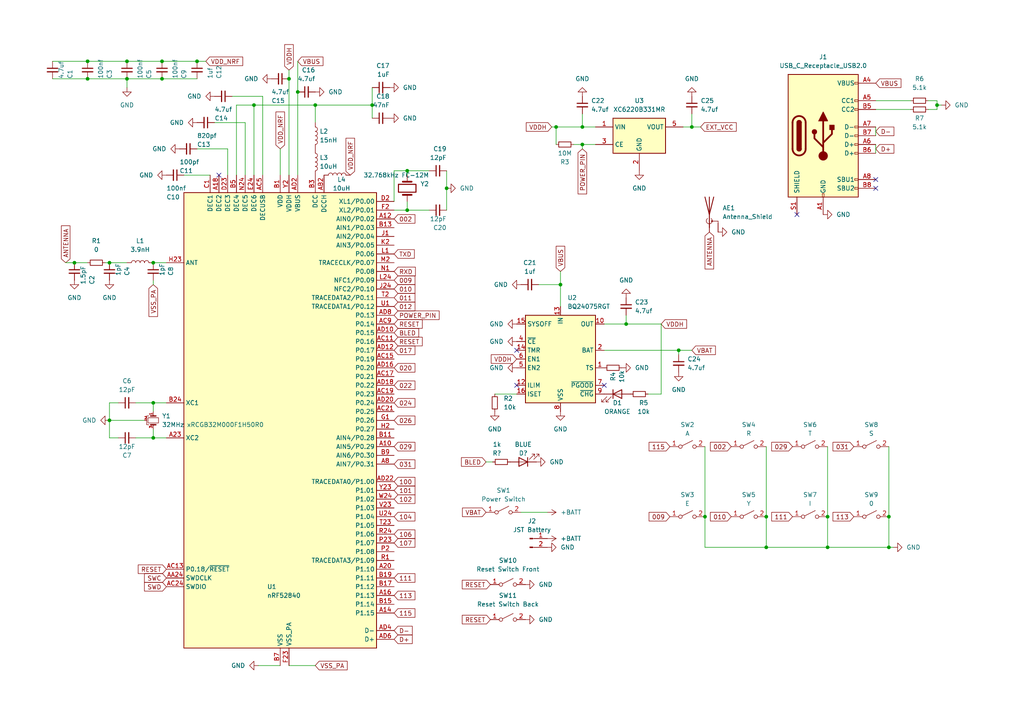
<source format=kicad_sch>
(kicad_sch (version 20211123) (generator eeschema)
  (paper "A4")
  (lib_symbols
    (symbol "Battery_Management:BQ24075RGT"
      (property "Reference" "U" (at -8.89 13.97 0))
      (property "Value" "BQ24075RGT" (at 16.51 13.97 0))
      (symbol "BQ24075RGT_0_1"
        (rectangle (start -10.16 12.7) (end 10.16 -12.7) (stroke (width 0.254)) (fill (type background)))
      )
      (symbol "BQ24075RGT_1_1"
        (pin passive line (at 12.7 -2.54 180) (length 2.54) (name "TS") (number "1"))
        (pin power_out line (at 12.7 10.16 180) (length 2.54) (name "OUT") (number "10"))
        (pin passive line (at 12.7 10.16 180) (length 2.54) hide (name "OUT") (number "11"))
        (pin passive line (at -12.7 -7.62 0) (length 2.54) (name "ILIM") (number "12"))
        (pin power_in line (at 0 15.24 270) (length 2.54) (name "IN") (number "13"))
        (pin input line (at -12.7 2.54 0) (length 2.54) (name "TMR") (number "14"))
        (pin input line (at -12.7 10.16 0) (length 2.54) (name "SYSOFF") (number "15"))
        (pin passive line (at -12.7 -10.16 0) (length 2.54) (name "ISET") (number "16"))
        (pin passive line (at 0 -15.24 90) (length 2.54) hide (name "VSS") (number "17"))
        (pin power_out line (at 12.7 2.54 180) (length 2.54) (name "BAT") (number "2"))
        (pin passive line (at 12.7 2.54 180) (length 2.54) hide (name "BAT") (number "3"))
        (pin input line (at -12.7 5.08 0) (length 2.54) (name "~{CE}") (number "4"))
        (pin input line (at -12.7 -2.54 0) (length 2.54) (name "EN2") (number "5"))
        (pin input line (at -12.7 0 0) (length 2.54) (name "EN1") (number "6"))
        (pin open_collector line (at 12.7 -7.62 180) (length 2.54) (name "~{PGOOD}") (number "7"))
        (pin power_in line (at 0 -15.24 90) (length 2.54) (name "VSS") (number "8"))
        (pin open_collector line (at 12.7 -10.16 180) (length 2.54) (name "~{CHG}") (number "9"))
      )
    )
    (symbol "Connector:Conn_01x02_Male" (pin_names (offset 1.016) hide)
      (property "Reference" "J" (at 0 2.54 0))
      (property "Value" "Conn_01x02_Male" (at 0 -5.08 0))
      (symbol "Conn_01x02_Male_1_1"
        (polyline (pts (xy 1.27 -2.54) (xy 0.8636 -2.54)) (stroke (width 0.1524)))
        (polyline (pts (xy 1.27 0) (xy 0.8636 0)) (stroke (width 0.1524)))
        (rectangle (start 0.8636 -2.413) (end 0 -2.667) (stroke (width 0.1524)) (fill (type outline)))
        (rectangle (start 0.8636 0.127) (end 0 -0.127) (stroke (width 0.1524)) (fill (type outline)))
        (pin passive line (at 5.08 0 180) (length 3.81) (name "Pin_1") (number "1"))
        (pin passive line (at 5.08 -2.54 180) (length 3.81) (name "Pin_2") (number "2"))
      )
    )
    (symbol "Connector:USB_C_Receptacle_USB2.0" (pin_names (offset 1.016))
      (property "Reference" "J" (at -10.16 19.05 0))
      (property "Value" "USB_C_Receptacle_USB2.0" (at 19.05 19.05 0))
      (symbol "USB_C_Receptacle_USB2.0_0_0"
        (rectangle (start -0.254 -17.78) (end 0.254 -16.764))
        (rectangle (start 10.16 -14.986) (end 9.144 -15.494))
        (rectangle (start 10.16 -12.446) (end 9.144 -12.954))
        (rectangle (start 10.16 -4.826) (end 9.144 -5.334))
        (rectangle (start 10.16 -2.286) (end 9.144 -2.794))
        (rectangle (start 10.16 0.254) (end 9.144 -0.254))
        (rectangle (start 10.16 2.794) (end 9.144 2.286))
        (rectangle (start 10.16 7.874) (end 9.144 7.366))
        (rectangle (start 10.16 10.414) (end 9.144 9.906))
        (rectangle (start 10.16 15.494) (end 9.144 14.986))
      )
      (symbol "USB_C_Receptacle_USB2.0_0_1"
        (rectangle (start -10.16 17.78) (end 10.16 -17.78) (stroke (width 0.254)) (fill (type background)))
        (arc (start -8.89 -3.81) (mid -6.985 -5.715) (end -5.08 -3.81) (stroke (width 0.508)))
        (arc (start -7.62 -3.81) (mid -6.985 -4.445) (end -6.35 -3.81) (stroke (width 0.254)))
        (arc (start -7.62 -3.81) (mid -6.985 -4.445) (end -6.35 -3.81) (stroke (width 0.254)) (fill (type outline)))
        (rectangle (start -7.62 -3.81) (end -6.35 3.81) (stroke (width 0.254)) (fill (type outline)))
        (arc (start -6.35 3.81) (mid -6.985 4.445) (end -7.62 3.81) (stroke (width 0.254)))
        (arc (start -6.35 3.81) (mid -6.985 4.445) (end -7.62 3.81) (stroke (width 0.254)) (fill (type outline)))
        (arc (start -5.08 3.81) (mid -6.985 5.715) (end -8.89 3.81) (stroke (width 0.508)))
        (circle (center -2.54 1.143) (radius 0.635) (stroke (width 0.254)) (fill (type outline)))
        (circle (center 0 -5.842) (radius 1.27) (fill (type outline)))
        (polyline (pts (xy -8.89 -3.81) (xy -8.89 3.81)) (stroke (width 0.508)))
        (polyline (pts (xy -5.08 3.81) (xy -5.08 -3.81)) (stroke (width 0.508)))
        (polyline (pts (xy 0 -5.842) (xy 0 4.318)) (stroke (width 0.508)))
        (polyline (pts (xy 0 -3.302) (xy -2.54 -0.762) (xy -2.54 0.508)) (stroke (width 0.508)))
        (polyline (pts (xy 0 -2.032) (xy 2.54 0.508) (xy 2.54 1.778)) (stroke (width 0.508)))
        (polyline (pts (xy -1.27 4.318) (xy 0 6.858) (xy 1.27 4.318) (xy -1.27 4.318)) (stroke (width 0.254)) (fill (type outline)))
        (rectangle (start 1.905 1.778) (end 3.175 3.048) (stroke (width 0.254)) (fill (type outline)))
      )
      (symbol "USB_C_Receptacle_USB2.0_1_1"
        (pin passive line (at 0 -22.86 90) (length 5.08) (name "GND") (number "A1"))
        (pin passive line (at 0 -22.86 90) (length 5.08) hide (name "GND") (number "A12"))
        (pin passive line (at 15.24 15.24 180) (length 5.08) (name "VBUS") (number "A4"))
        (pin bidirectional line (at 15.24 10.16 180) (length 5.08) (name "CC1") (number "A5"))
        (pin bidirectional line (at 15.24 -2.54 180) (length 5.08) (name "D+") (number "A6"))
        (pin bidirectional line (at 15.24 2.54 180) (length 5.08) (name "D-") (number "A7"))
        (pin bidirectional line (at 15.24 -12.7 180) (length 5.08) (name "SBU1") (number "A8"))
        (pin passive line (at 15.24 15.24 180) (length 5.08) hide (name "VBUS") (number "A9"))
        (pin passive line (at 0 -22.86 90) (length 5.08) hide (name "GND") (number "B1"))
        (pin passive line (at 0 -22.86 90) (length 5.08) hide (name "GND") (number "B12"))
        (pin passive line (at 15.24 15.24 180) (length 5.08) hide (name "VBUS") (number "B4"))
        (pin bidirectional line (at 15.24 7.62 180) (length 5.08) (name "CC2") (number "B5"))
        (pin bidirectional line (at 15.24 -5.08 180) (length 5.08) (name "D+") (number "B6"))
        (pin bidirectional line (at 15.24 0 180) (length 5.08) (name "D-") (number "B7"))
        (pin bidirectional line (at 15.24 -15.24 180) (length 5.08) (name "SBU2") (number "B8"))
        (pin passive line (at 15.24 15.24 180) (length 5.08) hide (name "VBUS") (number "B9"))
        (pin passive line (at -7.62 -22.86 90) (length 5.08) (name "SHIELD") (number "S1"))
      )
    )
    (symbol "Device:Antenna_Shield" (pin_numbers hide) (pin_names (offset 1.016) hide)
      (property "Reference" "AE" (at -1.905 4.445 0))
      (property "Value" "Antenna_Shield" (at -1.905 2.54 0))
      (symbol "Antenna_Shield_0_1"
        (arc (start -0.508 -1.143) (mid -0.8429 -2.1194) (end 0 -2.667))
        (arc (start 0 -2.667) (mid 0.7989 -2.1052) (end 0.508 -1.143))
        (polyline (pts (xy 0 -2.54) (xy 0 0)))
        (polyline (pts (xy 0 5.08) (xy 0 -3.81)) (stroke (width 0.254)))
        (polyline (pts (xy 0.762 -1.905) (xy 2.54 -1.905)))
        (polyline (pts (xy 2.54 -2.54) (xy 2.54 -1.905)))
        (polyline (pts (xy 1.27 5.08) (xy 0 0) (xy -1.27 5.08)) (stroke (width 0.254)))
        (circle (center 0.762 -1.905) (radius 0.1778) (fill (type outline)))
      )
      (symbol "Antenna_Shield_1_1"
        (pin input line (at 0 -5.08 90) (length 2.54) (name "A") (number "1"))
        (pin input line (at 2.54 -5.08 90) (length 2.54) (name "Shield") (number "2"))
      )
    )
    (symbol "Device:C_Small" (pin_numbers hide) (pin_names (offset 0.254) hide)
      (property "Reference" "C" (at 0.254 1.778 0))
      (property "Value" "C_Small" (at 0.254 -2.032 0))
      (symbol "C_Small_0_1"
        (polyline (pts (xy -1.524 -0.508) (xy 1.524 -0.508)) (stroke (width 0.3302)))
        (polyline (pts (xy -1.524 0.508) (xy 1.524 0.508)) (stroke (width 0.3048)))
      )
      (symbol "C_Small_1_1"
        (pin passive line (at 0 2.54 270) (length 2.032) (name "~") (number "1"))
        (pin passive line (at 0 -2.54 90) (length 2.032) (name "~") (number "2"))
      )
    )
    (symbol "Device:Crystal" (pin_numbers hide) (pin_names (offset 1.016) hide)
      (property "Reference" "Y" (at 0 3.81 0))
      (property "Value" "Crystal" (at 0 -3.81 0))
      (symbol "Crystal_0_1"
        (rectangle (start -1.143 2.54) (end 1.143 -2.54) (stroke (width 0.3048)))
        (polyline (pts (xy -2.54 0) (xy -1.905 0)))
        (polyline (pts (xy -1.905 -1.27) (xy -1.905 1.27)) (stroke (width 0.508)))
        (polyline (pts (xy 1.905 -1.27) (xy 1.905 1.27)) (stroke (width 0.508)))
        (polyline (pts (xy 2.54 0) (xy 1.905 0)))
      )
      (symbol "Crystal_1_1"
        (pin passive line (at -3.81 0 0) (length 1.27) (name "1") (number "1"))
        (pin passive line (at 3.81 0 180) (length 1.27) (name "2") (number "2"))
      )
    )
    (symbol "Device:Crystal_GND2_Small" (pin_names (offset 1.016) hide)
      (property "Reference" "Y" (at 0 5.08 0))
      (property "Value" "Crystal_GND2_Small" (at 0 3.175 0))
      (symbol "Crystal_GND2_Small_0_1"
        (rectangle (start -0.762 -1.524) (end 0.762 1.524))
        (polyline (pts (xy -1.27 -0.762) (xy -1.27 0.762)) (stroke (width 0.381)))
        (polyline (pts (xy 1.27 -0.762) (xy 1.27 0.762)) (stroke (width 0.381)))
        (polyline (pts (xy -1.27 -1.27) (xy -1.27 -1.905) (xy 1.27 -1.905) (xy 1.27 -1.27)))
      )
      (symbol "Crystal_GND2_Small_1_1"
        (pin passive line (at -2.54 0 0) (length 1.27) (name "1") (number "1"))
        (pin passive line (at 0 -2.54 90) (length 0.635) (name "2") (number "2"))
        (pin passive line (at 2.54 0 180) (length 1.27) (name "3") (number "3"))
      )
    )
    (symbol "Device:L" (pin_numbers hide) (pin_names (offset 1.016) hide)
      (property "Reference" "L" (at -1.27 0 90))
      (property "Value" "L" (at 1.905 0 90))
      (symbol "L_0_1"
        (arc (start 0 -2.54) (mid 0.635 -1.905) (end 0 -1.27))
        (arc (start 0 -1.27) (mid 0.635 -0.635) (end 0 0))
        (arc (start 0 0) (mid 0.635 0.635) (end 0 1.27))
        (arc (start 0 1.27) (mid 0.635 1.905) (end 0 2.54))
      )
      (symbol "L_1_1"
        (pin passive line (at 0 3.81 270) (length 1.27) (name "1") (number "1"))
        (pin passive line (at 0 -3.81 90) (length 1.27) (name "2") (number "2"))
      )
    )
    (symbol "Device:LED" (pin_numbers hide) (pin_names (offset 1.016) hide)
      (property "Reference" "D" (at 0 2.54 0))
      (property "Value" "LED" (at 0 -2.54 0))
      (symbol "LED_0_1"
        (polyline (pts (xy -1.27 -1.27) (xy -1.27 1.27)) (stroke (width 0.254)))
        (polyline (pts (xy -1.27 0) (xy 1.27 0)))
        (polyline (pts (xy 1.27 -1.27) (xy 1.27 1.27) (xy -1.27 0) (xy 1.27 -1.27)) (stroke (width 0.254)))
        (polyline (pts (xy -3.048 -0.762) (xy -4.572 -2.286) (xy -3.81 -2.286) (xy -4.572 -2.286) (xy -4.572 -1.524)))
        (polyline (pts (xy -1.778 -0.762) (xy -3.302 -2.286) (xy -2.54 -2.286) (xy -3.302 -2.286) (xy -3.302 -1.524)))
      )
      (symbol "LED_1_1"
        (pin passive line (at -3.81 0 0) (length 2.54) (name "K") (number "1"))
        (pin passive line (at 3.81 0 180) (length 2.54) (name "A") (number "2"))
      )
    )
    (symbol "Device:R_Small" (pin_numbers hide) (pin_names (offset 0.254) hide)
      (property "Reference" "R" (at 0.762 0.508 0))
      (property "Value" "R_Small" (at 0.762 -1.016 0))
      (symbol "R_Small_0_1"
        (rectangle (start -0.762 1.778) (end 0.762 -1.778) (stroke (width 0.2032)))
      )
      (symbol "R_Small_1_1"
        (pin passive line (at 0 2.54 270) (length 0.762) (name "~") (number "1"))
        (pin passive line (at 0 -2.54 90) (length 0.762) (name "~") (number "2"))
      )
    )
    (symbol "MCU_Nordic:nRF52840"
      (property "Reference" "U" (at 0 5.08 0))
      (property "Value" "nRF52840" (at 0 2.54 0))
      (symbol "nRF52840_0_1"
        (rectangle (start -27.94 66.04) (end 27.94 -66.04) (stroke (width 0.254)) (fill (type background)))
      )
      (symbol "nRF52840_1_1"
        (pin bidirectional line (at 33.02 -7.62 180) (length 5.08) (name "AIN5/P0.29") (number "A10"))
        (pin bidirectional line (at 33.02 58.42 180) (length 5.08) (name "AIN0/P0.02") (number "A12"))
        (pin bidirectional line (at 33.02 -55.88 180) (length 5.08) (name "P1.15") (number "A14"))
        (pin bidirectional line (at 33.02 -50.8 180) (length 5.08) (name "P1.13") (number "A16"))
        (pin passive line (at -17.78 71.12 270) (length 5.08) (name "DEC2") (number "A18"))
        (pin bidirectional line (at 33.02 -43.18 180) (length 5.08) (name "P1.10") (number "A20"))
        (pin passive line (at 0 71.12 270) (length 5.08) hide (name "VDD") (number "A22"))
        (pin input line (at -33.02 -5.08 0) (length 5.08) (name "XC2") (number "A23"))
        (pin bidirectional line (at 33.02 -12.7 180) (length 5.08) (name "AIN7/P0.31") (number "A8"))
        (pin input line (at -33.02 -45.72 0) (length 5.08) (name "SWDCLK") (number "AA24"))
        (pin power_out line (at 12.7 71.12 270) (length 5.08) (name "DCCH") (number "AB2"))
        (pin bidirectional line (at 33.02 22.86 180) (length 5.08) (name "P0.16") (number "AC11"))
        (pin bidirectional line (at -33.02 -43.18 0) (length 5.08) (name "P0.18/~{RESET}") (number "AC13"))
        (pin bidirectional line (at 33.02 17.78 180) (length 5.08) (name "P0.19") (number "AC15"))
        (pin bidirectional line (at 33.02 12.7 180) (length 5.08) (name "P0.21") (number "AC17"))
        (pin bidirectional line (at 33.02 7.62 180) (length 5.08) (name "P0.23") (number "AC19"))
        (pin bidirectional line (at 33.02 2.54 180) (length 5.08) (name "P0.25") (number "AC21"))
        (pin bidirectional line (at -33.02 -48.26 0) (length 5.08) (name "SWDIO") (number "AC24"))
        (pin passive line (at -5.08 71.12 270) (length 5.08) (name "DECUSB") (number "AC5"))
        (pin bidirectional line (at 33.02 27.94 180) (length 5.08) (name "P0.14") (number "AC9"))
        (pin bidirectional line (at 33.02 25.4 180) (length 5.08) (name "P0.15") (number "AD10"))
        (pin bidirectional line (at 33.02 20.32 180) (length 5.08) (name "P0.17") (number "AD12"))
        (pin passive line (at 0 71.12 270) (length 5.08) hide (name "VDD") (number "AD14"))
        (pin bidirectional line (at 33.02 15.24 180) (length 5.08) (name "P0.20") (number "AD16"))
        (pin bidirectional line (at 33.02 10.16 180) (length 5.08) (name "P0.22") (number "AD18"))
        (pin power_in line (at 5.08 71.12 270) (length 5.08) (name "VBUS") (number "AD2"))
        (pin bidirectional line (at 33.02 5.08 180) (length 5.08) (name "P0.24") (number "AD20"))
        (pin bidirectional line (at 33.02 -17.78 180) (length 5.08) (name "TRACEDATA0/P1.00") (number "AD22"))
        (pin passive line (at 0 71.12 270) (length 5.08) hide (name "VDD") (number "AD23"))
        (pin bidirectional line (at 33.02 -60.96 180) (length 5.08) (name "D-") (number "AD4"))
        (pin bidirectional line (at 33.02 -63.5 180) (length 5.08) (name "D+") (number "AD6"))
        (pin bidirectional line (at 33.02 30.48 180) (length 5.08) (name "P0.13") (number "AD8"))
        (pin power_in line (at 0 71.12 270) (length 5.08) (name "VDD") (number "B1"))
        (pin bidirectional line (at 33.02 -5.08 180) (length 5.08) (name "AIN4/P0.28") (number "B11"))
        (pin bidirectional line (at 33.02 55.88 180) (length 5.08) (name "AIN1/P0.03") (number "B13"))
        (pin bidirectional line (at 33.02 -53.34 180) (length 5.08) (name "P1.14") (number "B15"))
        (pin bidirectional line (at 33.02 -48.26 180) (length 5.08) (name "P1.12") (number "B17"))
        (pin bidirectional line (at 33.02 -45.72 180) (length 5.08) (name "P1.11") (number "B19"))
        (pin input line (at -33.02 5.08 0) (length 5.08) (name "XC1") (number "B24"))
        (pin power_out line (at 10.16 71.12 270) (length 5.08) (name "DCC") (number "B3"))
        (pin passive line (at -12.7 71.12 270) (length 5.08) (name "DEC4") (number "B5"))
        (pin power_in line (at 0 -71.12 90) (length 5.08) (name "VSS") (number "B7"))
        (pin bidirectional line (at 33.02 -10.16 180) (length 5.08) (name "AIN6/P0.30") (number "B9"))
        (pin passive line (at -20.32 71.12 270) (length 5.08) (name "DEC1") (number "C1"))
        (pin bidirectional line (at 33.02 63.5 180) (length 5.08) (name "XL1/P0.00") (number "D2"))
        (pin passive line (at -15.24 71.12 270) (length 5.08) (name "DEC3") (number "D23"))
        (pin passive line (at -7.62 71.12 270) (length 5.08) (name "DEC6") (number "E24"))
        (pin passive line (at 0 -71.12 90) (length 5.08) hide (name "VSS") (number "EP"))
        (pin bidirectional line (at 33.02 60.96 180) (length 5.08) (name "XL2/P0.01") (number "F2"))
        (pin power_in line (at 2.54 -71.12 90) (length 5.08) (name "VSS_PA") (number "F23"))
        (pin bidirectional line (at 33.02 0 180) (length 5.08) (name "P0.26") (number "G1"))
        (pin bidirectional line (at 33.02 -2.54 180) (length 5.08) (name "P0.27") (number "H2"))
        (pin passive line (at -33.02 45.72 0) (length 5.08) (name "ANT") (number "H23"))
        (pin bidirectional line (at 33.02 53.34 180) (length 5.08) (name "AIN2/P0.04") (number "J1"))
        (pin bidirectional line (at 33.02 38.1 180) (length 5.08) (name "NFC2/P0.10") (number "J24"))
        (pin bidirectional line (at 33.02 50.8 180) (length 5.08) (name "AIN3/P0.05") (number "K2"))
        (pin bidirectional line (at 33.02 48.26 180) (length 5.08) (name "P0.06") (number "L1"))
        (pin bidirectional line (at 33.02 40.64 180) (length 5.08) (name "NFC1/P0.09") (number "L24"))
        (pin bidirectional line (at 33.02 45.72 180) (length 5.08) (name "TRACECLK/P0.07") (number "M2"))
        (pin bidirectional line (at 33.02 43.18 180) (length 5.08) (name "P0.08") (number "N1"))
        (pin passive line (at -10.16 71.12 270) (length 5.08) (name "DEC5") (number "N24"))
        (pin bidirectional line (at 33.02 -38.1 180) (length 5.08) (name "P1.08") (number "P2"))
        (pin bidirectional line (at 33.02 -35.56 180) (length 5.08) (name "P1.07") (number "P23"))
        (pin bidirectional line (at 33.02 -40.64 180) (length 5.08) (name "TRACEDATA3/P1.09") (number "R1"))
        (pin bidirectional line (at 33.02 -33.02 180) (length 5.08) (name "P1.06") (number "R24"))
        (pin bidirectional line (at 33.02 35.56 180) (length 5.08) (name "TRACEDATA2/P0.11") (number "T2"))
        (pin bidirectional line (at 33.02 -30.48 180) (length 5.08) (name "P1.05") (number "T23"))
        (pin bidirectional line (at 33.02 33.02 180) (length 5.08) (name "TRACEDATA1/P0.12") (number "U1"))
        (pin bidirectional line (at 33.02 -27.94 180) (length 5.08) (name "P1.04") (number "U24"))
        (pin bidirectional line (at 33.02 -25.4 180) (length 5.08) (name "P1.03") (number "V23"))
        (pin passive line (at 0 71.12 270) (length 5.08) hide (name "VDD") (number "W1"))
        (pin bidirectional line (at 33.02 -22.86 180) (length 5.08) (name "P1.02") (number "W24"))
        (pin power_in line (at 2.54 71.12 270) (length 5.08) (name "VDDH") (number "Y2"))
        (pin bidirectional line (at 33.02 -20.32 180) (length 5.08) (name "P1.01") (number "Y23"))
      )
    )
    (symbol "Regulator_Linear:XC6220B331MR"
      (property "Reference" "U" (at 0 8.89 0))
      (property "Value" "XC6220B331MR" (at 0 6.35 0))
      (symbol "XC6220B331MR_0_1"
        (rectangle (start -7.62 5.08) (end 7.62 -5.08) (stroke (width 0.254)) (fill (type background)))
      )
      (symbol "XC6220B331MR_1_1"
        (pin power_in line (at -12.7 2.54 0) (length 5.08) (name "VIN") (number "1"))
        (pin power_in line (at 0 -10.16 90) (length 5.08) (name "GND") (number "2"))
        (pin input line (at -12.7 -2.54 0) (length 5.08) (name "CE") (number "3"))
        (pin no_connect line (at 12.7 -2.54 180) (length 5.08) hide (name "NC") (number "4"))
        (pin power_out line (at 12.7 2.54 180) (length 5.08) (name "VOUT") (number "5"))
      )
    )
    (symbol "Switch:SW_SPST" (pin_names (offset 0) hide)
      (property "Reference" "SW" (at 0 3.175 0))
      (property "Value" "SW_SPST" (at 0 -2.54 0))
      (symbol "SW_SPST_0_0"
        (circle (center -2.032 0) (radius 0.508))
        (polyline (pts (xy -1.524 0.254) (xy 1.524 1.778)))
        (circle (center 2.032 0) (radius 0.508))
      )
      (symbol "SW_SPST_1_1"
        (pin passive line (at -5.08 0 0) (length 2.54) (name "A") (number "1"))
        (pin passive line (at 5.08 0 180) (length 2.54) (name "B") (number "2"))
      )
    )
    (symbol "power:+BATT" (power) (pin_names (offset 0))
      (property "Value" "+BATT" (at 0 3.556 0))
      (symbol "+BATT_0_1"
        (polyline (pts (xy -0.762 1.27) (xy 0 2.54)))
        (polyline (pts (xy 0 0) (xy 0 2.54)))
        (polyline (pts (xy 0 2.54) (xy 0.762 1.27)))
      )
      (symbol "+BATT_1_1"
        (pin power_in line (at 0 0 90) (length 0) hide (name "+BATT") (number "1"))
      )
    )
    (symbol "power:GND" (power) (pin_names (offset 0))
      (property "Value" "GND" (at 0 -3.81 0))
      (symbol "GND_0_1"
        (polyline (pts (xy 0 0) (xy 0 -1.27) (xy 1.27 -1.27) (xy 0 -2.54) (xy -1.27 -1.27) (xy 0 -1.27)))
      )
      (symbol "GND_1_1"
        (pin power_in line (at 0 0 270) (length 0) hide (name "GND") (number "1"))
      )
    )
  )
  (junction (at 107.95 30.48))
  (junction (at 222.25 149.86))
  (junction (at 240.03 158.75))
  (junction (at 257.81 149.86))
  (junction (at 240.03 149.86))
  (junction (at 36.83 17.78))
  (junction (at 73.66 30.48))
  (junction (at 118.11 49.53))
  (junction (at 36.83 22.86))
  (junction (at 44.45 127))
  (junction (at 168.91 41.91))
  (junction (at 168.91 36.83))
  (junction (at 271.78 30.48))
  (junction (at 196.85 101.6))
  (junction (at 31.75 76.2))
  (junction (at 181.61 93.98))
  (junction (at 25.4 22.86))
  (junction (at 44.45 116.84))
  (junction (at 25.4 17.78))
  (junction (at 222.25 158.75))
  (junction (at 31.75 121.92))
  (junction (at 86.36 26.67))
  (junction (at 162.56 82.55))
  (junction (at 46.99 22.86))
  (junction (at 21.59 76.2))
  (junction (at 46.99 17.78))
  (junction (at 91.44 30.48))
  (junction (at 83.82 22.86))
  (junction (at 200.66 36.83))
  (junction (at 161.29 36.83))
  (junction (at 257.81 158.75))
  (junction (at 57.15 17.78))
  (junction (at 204.47 149.86))
  (junction (at 118.11 60.96))
  (junction (at 44.45 76.2))
  (junction (at 129.54 54.61))
  (no_connect (at 149.86 101.6))
  (no_connect (at 175.26 111.76))
  (no_connect (at 231.14 62.23))
  (no_connect (at 149.86 111.76))
  (no_connect (at 254 52.07))
  (no_connect (at 254 54.61))
  (no_connect (at 63.5 50.8))
  (wire (pts (xy 44.45 116.84) (xy 48.26 116.84)))
  (wire (pts (xy 140.97 133.985) (xy 142.875 133.985)))
  (wire (pts (xy 200.66 33.02) (xy 200.66 36.83)))
  (wire (pts (xy 181.61 93.98) (xy 191.77 93.98)))
  (wire (pts (xy 162.56 78.74) (xy 162.56 82.55)))
  (wire (pts (xy 36.83 22.86) (xy 46.99 22.86)))
  (wire (pts (xy 86.36 17.78) (xy 86.36 26.67)))
  (wire (pts (xy 271.78 30.48) (xy 271.78 31.75)))
  (wire (pts (xy 254 36.83) (xy 254 39.37)))
  (wire (pts (xy 254 41.91) (xy 254 44.45)))
  (wire (pts (xy 31.75 116.84) (xy 34.29 116.84)))
  (wire (pts (xy 151.13 148.59) (xy 158.75 148.59)))
  (wire (pts (xy 114.3 58.42) (xy 114.3 49.53)))
  (wire (pts (xy 19.05 76.2) (xy 21.59 76.2)))
  (wire (pts (xy 31.75 127) (xy 34.29 127)))
  (wire (pts (xy 166.37 41.91) (xy 168.91 41.91)))
  (wire (pts (xy 62.23 35.56) (xy 71.12 35.56)))
  (wire (pts (xy 68.58 30.48) (xy 73.66 30.48)))
  (wire (pts (xy 25.4 17.78) (xy 36.83 17.78)))
  (wire (pts (xy 76.2 50.8) (xy 76.2 27.94)))
  (wire (pts (xy 269.24 31.75) (xy 271.78 31.75)))
  (wire (pts (xy 73.66 30.48) (xy 73.66 50.8)))
  (wire (pts (xy 15.24 17.78) (xy 25.4 17.78)))
  (wire (pts (xy 39.37 127) (xy 44.45 127)))
  (wire (pts (xy 175.26 93.98) (xy 181.61 93.98)))
  (wire (pts (xy 204.47 149.86) (xy 204.47 158.75)))
  (wire (pts (xy 196.85 101.6) (xy 196.85 102.87)))
  (wire (pts (xy 240.03 158.75) (xy 257.81 158.75)))
  (wire (pts (xy 44.45 116.84) (xy 44.45 119.38)))
  (wire (pts (xy 254 31.75) (xy 264.16 31.75)))
  (wire (pts (xy 114.3 60.96) (xy 118.11 60.96)))
  (wire (pts (xy 160.02 36.83) (xy 161.29 36.83)))
  (wire (pts (xy 36.83 17.78) (xy 46.99 17.78)))
  (wire (pts (xy 204.47 158.75) (xy 222.25 158.75)))
  (wire (pts (xy 74.93 193.04) (xy 81.28 193.04)))
  (wire (pts (xy 254 29.21) (xy 264.16 29.21)))
  (wire (pts (xy 107.95 30.48) (xy 107.95 34.29)))
  (wire (pts (xy 83.82 193.04) (xy 91.44 193.04)))
  (wire (pts (xy 15.24 22.86) (xy 25.4 22.86)))
  (wire (pts (xy 107.95 30.48) (xy 107.95 25.4)))
  (wire (pts (xy 44.45 76.2) (xy 48.26 76.2)))
  (wire (pts (xy 36.83 22.86) (xy 36.83 25.4)))
  (wire (pts (xy 76.2 27.94) (xy 67.31 27.94)))
  (wire (pts (xy 196.85 101.6) (xy 200.66 101.6)))
  (wire (pts (xy 118.11 58.42) (xy 118.11 60.96)))
  (wire (pts (xy 168.91 33.02) (xy 168.91 36.83)))
  (wire (pts (xy 31.75 121.92) (xy 31.75 127)))
  (wire (pts (xy 168.91 41.91) (xy 168.91 43.18)))
  (wire (pts (xy 161.29 36.83) (xy 168.91 36.83)))
  (wire (pts (xy 91.44 35.56) (xy 91.44 30.48)))
  (wire (pts (xy 71.12 35.56) (xy 71.12 50.8)))
  (wire (pts (xy 30.48 76.2) (xy 31.75 76.2)))
  (wire (pts (xy 91.44 30.48) (xy 107.95 30.48)))
  (wire (pts (xy 161.29 36.83) (xy 161.29 41.91)))
  (wire (pts (xy 222.25 129.54) (xy 222.25 149.86)))
  (wire (pts (xy 222.25 149.86) (xy 222.25 158.75)))
  (wire (pts (xy 68.58 50.8) (xy 68.58 30.48)))
  (wire (pts (xy 118.11 49.53) (xy 118.11 50.8)))
  (wire (pts (xy 129.54 60.96) (xy 129.54 54.61)))
  (wire (pts (xy 46.99 17.78) (xy 57.15 17.78)))
  (wire (pts (xy 271.78 30.48) (xy 271.78 29.21)))
  (wire (pts (xy 31.75 76.2) (xy 36.83 76.2)))
  (wire (pts (xy 181.61 91.44) (xy 181.61 93.98)))
  (wire (pts (xy 66.04 43.18) (xy 57.15 43.18)))
  (wire (pts (xy 46.99 22.86) (xy 57.15 22.86)))
  (wire (pts (xy 204.47 129.54) (xy 204.47 149.86)))
  (wire (pts (xy 83.82 20.32) (xy 83.82 22.86)))
  (wire (pts (xy 91.44 30.48) (xy 73.66 30.48)))
  (wire (pts (xy 257.81 158.75) (xy 259.08 158.75)))
  (wire (pts (xy 53.34 50.8) (xy 60.96 50.8)))
  (wire (pts (xy 44.45 127) (xy 48.26 127)))
  (wire (pts (xy 118.11 60.96) (xy 124.46 60.96)))
  (wire (pts (xy 273.05 30.48) (xy 271.78 30.48)))
  (wire (pts (xy 44.45 124.46) (xy 44.45 127)))
  (wire (pts (xy 269.24 29.21) (xy 271.78 29.21)))
  (wire (pts (xy 240.03 129.54) (xy 240.03 149.86)))
  (wire (pts (xy 83.82 22.86) (xy 83.82 50.8)))
  (wire (pts (xy 257.81 149.86) (xy 257.81 158.75)))
  (wire (pts (xy 114.3 49.53) (xy 118.11 49.53)))
  (wire (pts (xy 222.25 158.75) (xy 240.03 158.75)))
  (wire (pts (xy 156.21 82.55) (xy 162.56 82.55)))
  (wire (pts (xy 81.28 43.18) (xy 81.28 50.8)))
  (wire (pts (xy 240.03 149.86) (xy 240.03 158.75)))
  (wire (pts (xy 198.12 36.83) (xy 200.66 36.83)))
  (wire (pts (xy 57.15 17.78) (xy 59.69 17.78)))
  (wire (pts (xy 143.51 114.3) (xy 149.86 114.3)))
  (wire (pts (xy 187.96 114.3) (xy 191.77 114.3)))
  (wire (pts (xy 175.26 101.6) (xy 196.85 101.6)))
  (wire (pts (xy 86.36 26.67) (xy 86.36 50.8)))
  (wire (pts (xy 257.81 129.54) (xy 257.81 149.86)))
  (wire (pts (xy 41.91 121.92) (xy 31.75 121.92)))
  (wire (pts (xy 191.77 114.3) (xy 191.77 93.98)))
  (wire (pts (xy 21.59 76.2) (xy 25.4 76.2)))
  (wire (pts (xy 200.66 36.83) (xy 203.2 36.83)))
  (wire (pts (xy 168.91 36.83) (xy 172.72 36.83)))
  (wire (pts (xy 44.45 81.28) (xy 44.45 82.55)))
  (wire (pts (xy 39.37 116.84) (xy 44.45 116.84)))
  (wire (pts (xy 168.91 41.91) (xy 172.72 41.91)))
  (wire (pts (xy 129.54 49.53) (xy 129.54 54.61)))
  (wire (pts (xy 118.11 49.53) (xy 124.46 49.53)))
  (wire (pts (xy 66.04 50.8) (xy 66.04 43.18)))
  (wire (pts (xy 25.4 22.86) (xy 36.83 22.86)))
  (wire (pts (xy 31.75 121.92) (xy 31.75 116.84)))
  (wire (pts (xy 162.56 82.55) (xy 162.56 88.9)))
  (global_label "VDDH" (shape input) (at 160.02 36.83 180) (property "Intersheet References" "${INTERSHEET_REFS}" (effects hide)))
  (global_label "111" (shape input) (at 229.87 149.86 180) (property "Intersheet References" "${INTERSHEET_REFS}" (effects hide)))
  (global_label "D-" (shape input) (at 254 38.1 0) (property "Intersheet References" "${INTERSHEET_REFS}" (effects hide)))
  (global_label "VBUS" (shape input) (at 254 24.13 0) (property "Intersheet References" "${INTERSHEET_REFS}" (effects hide)))
  (global_label "020" (shape input) (at 114.3 106.68 0) (property "Intersheet References" "${INTERSHEET_REFS}" (effects hide)))
  (global_label "115" (shape input) (at 114.3 177.8 0) (property "Intersheet References" "${INTERSHEET_REFS}" (effects hide)))
  (global_label "SWD" (shape input) (at 48.26 170.18 180) (property "Intersheet References" "${INTERSHEET_REFS}" (effects hide)))
  (global_label "113" (shape input) (at 247.65 149.86 180) (property "Intersheet References" "${INTERSHEET_REFS}" (effects hide)))
  (global_label "VDDH" (shape input) (at 83.82 20.32 90) (property "Intersheet References" "${INTERSHEET_REFS}" (effects hide)))
  (global_label "SWC" (shape input) (at 48.26 167.64 180) (property "Intersheet References" "${INTERSHEET_REFS}" (effects hide)))
  (global_label "VDD_NRF" (shape input) (at 59.69 17.78 0) (property "Intersheet References" "${INTERSHEET_REFS}" (effects hide)))
  (global_label "ANTENNA" (shape input) (at 19.05 76.2 90) (property "Intersheet References" "${INTERSHEET_REFS}" (effects hide)))
  (global_label "BLED" (shape input) (at 140.97 133.985 180) (property "Intersheet References" "${INTERSHEET_REFS}" (effects hide)))
  (global_label "RESET" (shape input) (at 114.3 99.06 0) (property "Intersheet References" "${INTERSHEET_REFS}" (effects hide)))
  (global_label "009" (shape input) (at 114.3 81.28 0) (property "Intersheet References" "${INTERSHEET_REFS}" (effects hide)))
  (global_label "VDDH" (shape input) (at 149.86 104.14 180) (property "Intersheet References" "${INTERSHEET_REFS}" (effects hide)))
  (global_label "012" (shape input) (at 114.3 88.9 0) (property "Intersheet References" "${INTERSHEET_REFS}" (effects hide)))
  (global_label "D-" (shape input) (at 114.3 182.88 0) (property "Intersheet References" "${INTERSHEET_REFS}" (effects hide)))
  (global_label "VBUS" (shape input) (at 162.56 78.74 90) (property "Intersheet References" "${INTERSHEET_REFS}" (effects hide)))
  (global_label "POWER_PIN" (shape input) (at 114.3 91.44 0) (property "Intersheet References" "${INTERSHEET_REFS}" (effects hide)))
  (global_label "024" (shape input) (at 114.3 116.84 0) (property "Intersheet References" "${INTERSHEET_REFS}" (effects hide)))
  (global_label "009" (shape input) (at 194.31 149.86 180) (property "Intersheet References" "${INTERSHEET_REFS}" (effects hide)))
  (global_label "111" (shape input) (at 114.3 167.64 0) (property "Intersheet References" "${INTERSHEET_REFS}" (effects hide)))
  (global_label "002" (shape input) (at 212.09 129.54 180) (property "Intersheet References" "${INTERSHEET_REFS}" (effects hide)))
  (global_label "BLED" (shape input) (at 114.3 96.52 0) (property "Intersheet References" "${INTERSHEET_REFS}" (effects hide)))
  (global_label "VDD_NRF" (shape input) (at 101.6 50.8 90) (property "Intersheet References" "${INTERSHEET_REFS}" (effects hide)))
  (global_label "TXD" (shape input) (at 114.3 73.66 0) (property "Intersheet References" "${INTERSHEET_REFS}" (effects hide)))
  (global_label "VSS_PA" (shape input) (at 91.44 193.04 0) (property "Intersheet References" "${INTERSHEET_REFS}" (effects hide)))
  (global_label "011" (shape input) (at 114.3 86.36 0) (property "Intersheet References" "${INTERSHEET_REFS}" (effects hide)))
  (global_label "100" (shape input) (at 114.3 139.7 0) (property "Intersheet References" "${INTERSHEET_REFS}" (effects hide)))
  (global_label "029" (shape input) (at 114.3 129.54 0) (property "Intersheet References" "${INTERSHEET_REFS}" (effects hide)))
  (global_label "D+" (shape input) (at 114.3 185.42 0) (property "Intersheet References" "${INTERSHEET_REFS}" (effects hide)))
  (global_label "RXD" (shape input) (at 114.3 78.74 0) (property "Intersheet References" "${INTERSHEET_REFS}" (effects hide)))
  (global_label "102" (shape input) (at 114.3 144.78 0) (property "Intersheet References" "${INTERSHEET_REFS}" (effects hide)))
  (global_label "RESET" (shape input) (at 142.24 169.545 180) (property "Intersheet References" "${INTERSHEET_REFS}" (effects hide)))
  (global_label "010" (shape input) (at 114.3 83.82 0) (property "Intersheet References" "${INTERSHEET_REFS}" (effects hide)))
  (global_label "026" (shape input) (at 114.3 121.92 0) (property "Intersheet References" "${INTERSHEET_REFS}" (effects hide)))
  (global_label "VSS_PA" (shape input) (at 44.45 82.55 270) (property "Intersheet References" "${INTERSHEET_REFS}" (effects hide)))
  (global_label "106" (shape input) (at 114.3 154.94 0) (property "Intersheet References" "${INTERSHEET_REFS}" (effects hide)))
  (global_label "107" (shape input) (at 114.3 157.48 0) (property "Intersheet References" "${INTERSHEET_REFS}" (effects hide)))
  (global_label "113" (shape input) (at 114.3 172.72 0) (property "Intersheet References" "${INTERSHEET_REFS}" (effects hide)))
  (global_label "EXT_VCC" (shape input) (at 203.2 36.83 0) (property "Intersheet References" "${INTERSHEET_REFS}" (effects hide)))
  (global_label "017" (shape input) (at 114.3 101.6 0) (property "Intersheet References" "${INTERSHEET_REFS}" (effects hide)))
  (global_label "VBAT" (shape input) (at 140.97 148.59 180) (property "Intersheet References" "${INTERSHEET_REFS}" (effects hide)))
  (global_label "022" (shape input) (at 114.3 111.76 0) (property "Intersheet References" "${INTERSHEET_REFS}" (effects hide)))
  (global_label "VBAT" (shape input) (at 200.66 101.6 0) (property "Intersheet References" "${INTERSHEET_REFS}" (effects hide)))
  (global_label "101" (shape input) (at 114.3 142.24 0) (property "Intersheet References" "${INTERSHEET_REFS}" (effects hide)))
  (global_label "D+" (shape input) (at 254 43.18 0) (property "Intersheet References" "${INTERSHEET_REFS}" (effects hide)))
  (global_label "VBUS" (shape input) (at 86.36 17.78 0) (property "Intersheet References" "${INTERSHEET_REFS}" (effects hide)))
  (global_label "VDD_NRF" (shape input) (at 81.28 43.18 90) (property "Intersheet References" "${INTERSHEET_REFS}" (effects hide)))
  (global_label "POWER_PIN" (shape input) (at 168.91 43.18 270) (property "Intersheet References" "${INTERSHEET_REFS}" (effects hide)))
  (global_label "RESET" (shape input) (at 114.3 93.98 0) (property "Intersheet References" "${INTERSHEET_REFS}" (effects hide)))
  (global_label "010" (shape input) (at 212.09 149.86 180) (property "Intersheet References" "${INTERSHEET_REFS}" (effects hide)))
  (global_label "104" (shape input) (at 114.3 149.86 0) (property "Intersheet References" "${INTERSHEET_REFS}" (effects hide)))
  (global_label "031" (shape input) (at 114.3 134.62 0) (property "Intersheet References" "${INTERSHEET_REFS}" (effects hide)))
  (global_label "RESET" (shape input) (at 48.26 165.1 180) (property "Intersheet References" "${INTERSHEET_REFS}" (effects hide)))
  (global_label "029" (shape input) (at 229.87 129.54 180) (property "Intersheet References" "${INTERSHEET_REFS}" (effects hide)))
  (global_label "ANTENNA" (shape input) (at 205.74 67.31 270) (property "Intersheet References" "${INTERSHEET_REFS}" (effects hide)))
  (global_label "VDDH" (shape input) (at 191.77 93.98 0) (property "Intersheet References" "${INTERSHEET_REFS}" (effects hide)))
  (global_label "RESET" (shape input) (at 142.24 179.705 180) (property "Intersheet References" "${INTERSHEET_REFS}" (effects hide)))
  (global_label "031" (shape input) (at 247.65 129.54 180) (property "Intersheet References" "${INTERSHEET_REFS}" (effects hide)))
  (global_label "115" (shape input) (at 194.31 129.54 180) (property "Intersheet References" "${INTERSHEET_REFS}" (effects hide)))
  (global_label "002" (shape input) (at 114.3 63.5 0) (property "Intersheet References" "${INTERSHEET_REFS}" (effects hide)))
  (symbol (lib_id "Regulator_Linear:XC6220B331MR") (at 185.42 39.37 0) (unit 1)
    (property "Reference" "U3" (at 185.42 29.21 0))
    (property "Value" "XC6220B331MR" (at 185.42 31.75 0))
    (property "Footprint" "Package_TO_SOT_SMD:SOT-23-5" (effects hide))
    (property "Datasheet" "https://www.torexsemi.com/file/xc6220/XC6220.pdf" (effects hide))
  )
  (symbol (lib_id "Device:Crystal") (at 118.11 54.61 90) (unit 1)
    (property "Reference" "Y2" (at 121.92 53.3399 90) (effects (justify right)))
    (property "Value" "32.768kHz FC-12M" (at 105.41 50.8 90) (effects (justify right)))
    (property "Footprint" "footprints:FC-12M 32.7680KA-A3" (effects hide))
  )
  (symbol (lib_id "Switch:SW_SPST") (at 234.95 129.54 0) (unit 1)
    (property "Reference" "SW6" (at 234.95 123.19 0))
    (property "Value" "T" (at 234.95 125.73 0))
    (property "Footprint" "footprints:CherryMX_Choc_1u_reversible" (effects hide))
  )
  (symbol (lib_id "Device:R_Small") (at 185.42 114.3 90) (unit 1)
    (property "Reference" "R5" (at 186.69 116.84 90))
    (property "Value" "10k" (at 186.69 119.38 90))
    (property "Footprint" "Resistor_SMD:R_0402_1005Metric" (effects hide))
  )
  (symbol (lib_id "power:GND") (at 168.91 27.94 180) (unit 1)
    (property "Reference" "#PWR0105" (effects hide))
    (property "Value" "GND" (at 168.91 22.86 0))
  )
  (symbol (lib_id "Device:R_Small") (at 27.94 76.2 90) (unit 1)
    (property "Reference" "R1" (at 27.94 69.85 90))
    (property "Value" "0" (at 27.94 72.39 90))
    (property "Footprint" "Resistor_SMD:R_0402_1005Metric" (effects hide))
  )
  (symbol (lib_id "power:GND") (at 74.93 193.04 270) (unit 1)
    (property "Reference" "#PWR0131" (effects hide))
    (property "Value" "GND" (at 71.12 193.0399 90) (effects (justify right)))
  )
  (symbol (lib_id "power:GND") (at 162.56 119.38 0) (unit 1)
    (property "Reference" "#PWR0112" (effects hide))
    (property "Value" "GND" (at 162.56 124.46 0))
  )
  (symbol (lib_id "power:+BATT") (at 158.75 156.21 270) (unit 1)
    (property "Reference" "#PWR0114" (effects hide))
    (property "Value" "+BATT" (at 162.56 156.2099 90) (effects (justify left)))
  )
  (symbol (lib_id "Device:R_Small") (at 145.415 133.985 270) (unit 1)
    (property "Reference" "R?" (at 144.145 131.445 90))
    (property "Value" "1k" (at 144.145 128.905 90))
    (property "Footprint" "Resistor_SMD:R_0402_1005Metric" (effects hide))
  )
  (symbol (lib_id "Device:C_Small") (at 110.49 34.29 90) (unit 1)
    (property "Reference" "C18" (at 113.03 27.94 90) (effects (justify left)))
    (property "Value" "47nF" (at 113.03 30.48 90) (effects (justify left)))
    (property "Footprint" "Capacitor_SMD:C_0402_1005Metric" (effects hide))
  )
  (symbol (lib_id "Device:C_Small") (at 81.28 22.86 270) (unit 1)
    (property "Reference" "C15" (at 78.74 29.21 90) (effects (justify left)))
    (property "Value" "4.7uf" (at 78.74 26.67 90) (effects (justify left)))
    (property "Footprint" "Capacitor_SMD:C_0402_1005Metric" (effects hide))
  )
  (symbol (lib_id "power:GND") (at 91.44 26.67 90) (unit 1)
    (property "Reference" "#PWR0123" (effects hide))
    (property "Value" "GND" (at 95.25 26.6701 90) (effects (justify right)))
  )
  (symbol (lib_id "Device:LED") (at 179.07 114.3 0) (unit 1)
    (property "Reference" "D1" (at 179.07 116.84 0))
    (property "Value" "ORANGE" (at 179.07 119.38 0))
    (property "Footprint" "LED_SMD:LED_0603_1608Metric" (effects hide))
  )
  (symbol (lib_id "power:GND") (at 31.75 81.28 0) (unit 1)
    (property "Reference" "#PWR0118" (effects hide))
    (property "Value" "GND" (at 31.75 86.36 0))
  )
  (symbol (lib_id "Device:C_Small") (at 153.67 82.55 90) (unit 1)
    (property "Reference" "C21" (at 153.6763 76.2 90))
    (property "Value" "1uf" (at 153.6763 78.74 90))
    (property "Footprint" "Capacitor_SMD:C_0402_1005Metric" (effects hide))
  )
  (symbol (lib_id "Device:R_Small") (at 143.51 116.84 0) (unit 1)
    (property "Reference" "R2" (at 146.05 115.5699 0) (effects (justify left)))
    (property "Value" "10k" (at 146.05 118.1099 0) (effects (justify left)))
    (property "Footprint" "Resistor_SMD:R_0402_1005Metric" (effects hide))
  )
  (symbol (lib_id "Device:C_Small") (at 46.99 20.32 0) (unit 1)
    (property "Reference" "C9" (at 53.34 22.86 90) (effects (justify left)))
    (property "Value" "100nf" (at 50.8 22.86 90) (effects (justify left)))
    (property "Footprint" "Capacitor_SMD:C_0402_1005Metric" (effects hide))
  )
  (symbol (lib_id "power:GND") (at 149.86 93.98 270) (unit 1)
    (property "Reference" "#PWR0128" (effects hide))
    (property "Value" "GND" (at 146.05 93.9799 90) (effects (justify right)))
  )
  (symbol (lib_id "power:GND") (at 185.42 49.53 0) (unit 1)
    (property "Reference" "#PWR0106" (effects hide))
    (property "Value" "GND" (at 185.42 54.61 0))
  )
  (symbol (lib_id "Device:C_Small") (at 25.4 20.32 0) (unit 1)
    (property "Reference" "C3" (at 31.75 22.86 90) (effects (justify left)))
    (property "Value" "100nf" (at 29.21 22.86 90) (effects (justify left)))
    (property "Footprint" "Capacitor_SMD:C_0402_1005Metric" (effects hide))
  )
  (symbol (lib_id "power:GND") (at 155.575 133.985 90) (unit 1)
    (property "Reference" "#PWR?" (effects hide))
    (property "Value" "GND" (at 159.385 133.9849 90) (effects (justify right)))
  )
  (symbol (lib_id "power:GND") (at 57.15 35.56 270) (unit 1)
    (property "Reference" "#PWR0126" (effects hide))
    (property "Value" "GND" (at 53.34 35.5599 90) (effects (justify right)))
  )
  (symbol (lib_id "Device:C_Small") (at 127 60.96 90) (unit 1)
    (property "Reference" "C20" (at 129.54 66.04 90) (effects (justify left)))
    (property "Value" "12pF" (at 129.54 63.5 90) (effects (justify left)))
    (property "Footprint" "Capacitor_SMD:C_0402_1005Metric" (effects hide))
  )
  (symbol (lib_id "power:GND") (at 21.59 81.28 0) (unit 1)
    (property "Reference" "#PWR0119" (effects hide))
    (property "Value" "GND" (at 21.59 86.36 0))
  )
  (symbol (lib_id "Device:L") (at 91.44 39.37 0) (unit 1)
    (property "Reference" "L2" (at 92.71 38.0999 0) (effects (justify left)))
    (property "Value" "15nH" (at 92.71 40.6399 0) (effects (justify left)))
    (property "Footprint" "Inductor_SMD:L_0402_1005Metric" (effects hide))
  )
  (symbol (lib_id "Device:Antenna_Shield") (at 205.74 62.23 0) (unit 1)
    (property "Reference" "AE1" (at 209.55 60.3249 0) (effects (justify left)))
    (property "Value" "Antenna_Shield" (at 209.55 62.8649 0) (effects (justify left)))
    (property "Footprint" "MyAntennas:SWRA117D" (effects hide))
  )
  (symbol (lib_id "MCU_Nordic:nRF52840") (at 81.28 121.92 0) (unit 1)
    (property "Reference" "U1" (at 77.47 170.18 0) (effects (justify left)))
    (property "Value" "nRF52840" (at 77.47 172.72 0) (effects (justify left)))
    (property "Footprint" "Package_DFN_QFN:Nordic_AQFN-73-1EP_7x7mm_P0.5mm" (effects hide))
    (property "Datasheet" "http://infocenter.nordicsemi.com/topic/com.nordic.infocenter.nrf52/dita/nrf52/chips/nrf52840.html" (effects hide))
  )
  (symbol (lib_id "Device:L") (at 40.64 76.2 90) (unit 1)
    (property "Reference" "L1" (at 40.64 69.85 90))
    (property "Value" "3.9nH" (at 40.64 72.39 90))
    (property "Footprint" "Inductor_SMD:L_0402_1005Metric" (effects hide))
  )
  (symbol (lib_id "Device:Crystal_GND2_Small") (at 44.45 121.92 270) (unit 1)
    (property "Reference" "Y1" (at 46.99 120.6499 90) (effects (justify left)))
    (property "Value" "32MHz xRCGB32M000F1H50R0" (at 46.99 123.1899 90) (effects (justify left)))
    (property "Footprint" "footprints:OSC_XRCGB32M000F1H50R0" (effects hide))
  )
  (symbol (lib_id "Switch:SW_SPST") (at 252.73 149.86 0) (unit 1)
    (property "Reference" "SW9" (at 252.73 143.51 0))
    (property "Value" "0" (at 252.73 146.05 0))
    (property "Footprint" "footprints:CherryMX_Choc_1u_reversible" (effects hide))
  )
  (symbol (lib_id "power:GND") (at 48.26 50.8 270) (unit 1)
    (property "Reference" "#PWR0124" (effects hide))
    (property "Value" "GND" (at 44.45 50.7999 90) (effects (justify right)))
  )
  (symbol (lib_id "Switch:SW_SPST") (at 146.05 148.59 0) (unit 1)
    (property "Reference" "SW1" (at 146.05 142.24 0))
    (property "Value" "Power Switch" (at 146.05 144.78 0))
    (property "Footprint" "footprints:switch_MSK-12C02_smd" (effects hide))
  )
  (symbol (lib_id "Device:C_Small") (at 181.61 88.9 0) (unit 1)
    (property "Reference" "C23" (at 184.15 87.6362 0) (effects (justify left)))
    (property "Value" "4.7uf" (at 184.15 90.1762 0) (effects (justify left)))
    (property "Footprint" "Capacitor_SMD:C_0402_1005Metric" (effects hide))
  )
  (symbol (lib_id "power:GND") (at 129.54 54.61 90) (unit 1)
    (property "Reference" "#PWR0115" (effects hide))
    (property "Value" "GND" (at 133.35 54.6101 90) (effects (justify right)))
  )
  (symbol (lib_id "Device:L") (at 97.79 50.8 90) (unit 1)
    (property "Reference" "L4" (at 99.06 52.07 90))
    (property "Value" "10uH" (at 99.06 54.61 90))
    (property "Footprint" "Inductor_SMD:L_0805_2012Metric" (effects hide))
  )
  (symbol (lib_id "Device:R_Small") (at 163.83 41.91 90) (unit 1)
    (property "Reference" "R3" (at 163.83 46.99 90))
    (property "Value" "10M" (at 163.83 44.45 90))
    (property "Footprint" "Resistor_SMD:R_0402_1005Metric" (effects hide))
  )
  (symbol (lib_id "power:GND") (at 113.03 34.29 90) (unit 1)
    (property "Reference" "#PWR0122" (effects hide))
    (property "Value" "GND" (at 116.84 34.2901 90) (effects (justify right)))
  )
  (symbol (lib_id "Device:C_Small") (at 57.15 20.32 0) (unit 1)
    (property "Reference" "C12" (at 63.5 22.86 90) (effects (justify left)))
    (property "Value" "1uf" (at 60.96 22.86 90) (effects (justify left)))
    (property "Footprint" "Capacitor_SMD:C_0402_1005Metric" (effects hide))
  )
  (symbol (lib_id "Device:C_Small") (at 59.69 35.56 270) (unit 1)
    (property "Reference" "C13" (at 57.15 41.91 90) (effects (justify left)))
    (property "Value" "820pf" (at 57.15 39.37 90) (effects (justify left)))
    (property "Footprint" "Capacitor_SMD:C_0402_1005Metric" (effects hide))
  )
  (symbol (lib_id "Switch:SW_SPST") (at 217.17 149.86 0) (unit 1)
    (property "Reference" "SW5" (at 217.17 143.51 0))
    (property "Value" "Y" (at 217.17 146.05 0))
    (property "Footprint" "footprints:CherryMX_Choc_1u_reversible" (effects hide))
  )
  (symbol (lib_id "Device:C_Small") (at 31.75 78.74 0) (unit 1)
    (property "Reference" "C4" (at 36.83 80.01 90) (effects (justify left)))
    (property "Value" "1pF" (at 34.29 80.01 90) (effects (justify left)))
    (property "Footprint" "Capacitor_SMD:C_0402_1005Metric" (effects hide))
  )
  (symbol (lib_id "power:GND") (at 62.23 27.94 270) (unit 1)
    (property "Reference" "#PWR0116" (effects hide))
    (property "Value" "GND" (at 58.42 27.9399 90) (effects (justify right)))
  )
  (symbol (lib_id "Device:C_Small") (at 21.59 78.74 0) (unit 1)
    (property "Reference" "C2" (at 26.67 82.55 90) (effects (justify left)))
    (property "Value" "1.5pF" (at 24.13 82.55 90) (effects (justify left)))
    (property "Footprint" "Capacitor_SMD:C_0402_1005Metric" (effects hide))
  )
  (symbol (lib_id "Device:R_Small") (at 266.7 31.75 90) (unit 1)
    (property "Reference" "R7" (at 266.7 34.29 90))
    (property "Value" "5.1k" (at 266.7 36.83 90))
    (property "Footprint" "Resistor_SMD:R_0402_1005Metric" (effects hide))
  )
  (symbol (lib_id "Connector:Conn_01x02_Male") (at 153.67 156.21 0) (unit 1)
    (property "Reference" "J2" (at 154.305 151.13 0))
    (property "Value" "JST Battery" (at 154.305 153.67 0))
    (property "Footprint" "Connector_JST:JST_EH_S2B-EH_1x02_P2.50mm_Horizontal" (effects hide))
  )
  (symbol (lib_id "Switch:SW_SPST") (at 147.32 169.545 0) (unit 1)
    (property "Reference" "SW10" (at 147.32 162.56 0))
    (property "Value" "Reset Switch Front" (at 147.32 165.1 0))
    (property "Footprint" "Button_Switch_SMD:SW_SPST_TL3342" (effects hide))
  )
  (symbol (lib_id "power:GND") (at 149.86 106.68 270) (unit 1)
    (property "Reference" "#PWR0130" (effects hide))
    (property "Value" "GND" (at 146.05 106.6799 90) (effects (justify right)))
  )
  (symbol (lib_id "power:GND") (at 149.86 99.06 270) (unit 1)
    (property "Reference" "#PWR0129" (effects hide))
    (property "Value" "GND" (at 146.05 99.0599 90) (effects (justify right)))
  )
  (symbol (lib_id "power:GND") (at 36.83 25.4 0) (unit 1)
    (property "Reference" "#PWR0117" (effects hide))
    (property "Value" "GND" (at 36.83 30.48 0))
  )
  (symbol (lib_id "Device:C_Small") (at 196.85 105.41 0) (unit 1)
    (property "Reference" "C24" (at 199.39 104.1462 0) (effects (justify left)))
    (property "Value" "4.7uf" (at 199.39 106.6862 0) (effects (justify left)))
    (property "Footprint" "Capacitor_SMD:C_0402_1005Metric" (effects hide))
  )
  (symbol (lib_id "Device:C_Small") (at 36.83 116.84 90) (unit 1)
    (property "Reference" "C6" (at 36.8363 110.49 90))
    (property "Value" "12pF" (at 36.8363 113.03 90))
    (property "Footprint" "Capacitor_SMD:C_0402_1005Metric" (effects hide))
  )
  (symbol (lib_id "power:GND") (at 180.34 106.68 90) (unit 1)
    (property "Reference" "#PWR0110" (effects hide))
    (property "Value" "GND" (at 184.15 106.6799 90) (effects (justify right)))
  )
  (symbol (lib_id "Switch:SW_SPST") (at 147.32 179.705 0) (unit 1)
    (property "Reference" "SW11" (at 147.32 172.72 0))
    (property "Value" "Reset Switch Back" (at 147.32 175.26 0))
    (property "Footprint" "Button_Switch_SMD:SW_SPST_TL3342" (effects hide))
  )
  (symbol (lib_id "Device:C_Small") (at 54.61 43.18 270) (unit 1)
    (property "Reference" "C11" (at 52.07 49.53 90) (effects (justify left)))
    (property "Value" "100pf" (at 52.07 46.99 90) (effects (justify left)))
    (property "Footprint" "Capacitor_SMD:C_0402_1005Metric" (effects hide))
  )
  (symbol (lib_id "power:GND") (at 151.13 82.55 270) (unit 1)
    (property "Reference" "#PWR0104" (effects hide))
    (property "Value" "GND" (at 147.32 82.5499 90) (effects (justify right)))
  )
  (symbol (lib_id "Device:LED") (at 151.765 133.985 180) (unit 1)
    (property "Reference" "D?" (at 151.765 131.445 0))
    (property "Value" "BLUE" (at 151.765 128.905 0))
    (property "Footprint" "LED_SMD:LED_0603_1608Metric" (effects hide))
  )
  (symbol (lib_id "power:GND") (at 259.08 158.75 90) (unit 1)
    (property "Reference" "#PWR0102" (effects hide))
    (property "Value" "GND" (at 262.89 158.7499 90) (effects (justify right)))
  )
  (symbol (lib_id "Connector:USB_C_Receptacle_USB2.0") (at 238.76 39.37 0) (unit 1)
    (property "Reference" "J1" (at 238.76 16.51 0))
    (property "Value" "USB_C_Receptacle_USB2.0" (at 238.76 19.05 0))
    (property "Footprint" "Connector_USB:USB_C_Receptacle_HRO_TYPE-C-31-M-12" (effects hide))
    (property "Datasheet" "https://www.usb.org/sites/default/files/documents/usb_type-c.zip" (effects hide))
  )
  (symbol (lib_id "power:GND") (at 158.75 158.75 90) (unit 1)
    (property "Reference" "#PWR0132" (effects hide))
    (property "Value" "GND" (at 162.56 158.7499 90) (effects (justify right)))
  )
  (symbol (lib_id "power:GND") (at 143.51 119.38 0) (unit 1)
    (property "Reference" "#PWR0109" (effects hide))
    (property "Value" "GND" (at 143.51 124.46 0))
  )
  (symbol (lib_id "Device:C_Small") (at 127 49.53 90) (unit 1)
    (property "Reference" "C19" (at 129.54 43.18 90) (effects (justify left)))
    (property "Value" "12pF" (at 129.54 45.72 90) (effects (justify left)))
    (property "Footprint" "Capacitor_SMD:C_0402_1005Metric" (effects hide))
  )
  (symbol (lib_id "Switch:SW_SPST") (at 199.39 129.54 0) (unit 1)
    (property "Reference" "SW2" (at 199.39 123.19 0))
    (property "Value" "A" (at 199.39 125.73 0))
    (property "Footprint" "footprints:CherryMX_Choc_1u_reversible" (effects hide))
  )
  (symbol (lib_id "Device:C_Small") (at 36.83 127 90) (unit 1)
    (property "Reference" "C7" (at 36.83 132.08 90))
    (property "Value" "12pF" (at 36.83 129.54 90))
    (property "Footprint" "Capacitor_SMD:C_0402_1005Metric" (effects hide))
  )
  (symbol (lib_id "Device:C_Small") (at 15.24 20.32 0) (unit 1)
    (property "Reference" "C1" (at 20.32 22.86 90) (effects (justify left)))
    (property "Value" "4.7uf" (at 17.78 22.86 90) (effects (justify left)))
    (property "Footprint" "Capacitor_SMD:C_0402_1005Metric" (effects hide))
  )
  (symbol (lib_id "power:GND") (at 238.76 62.23 90) (unit 1)
    (property "Reference" "#PWR0103" (effects hide))
    (property "Value" "GND" (at 242.57 62.2299 90) (effects (justify right)))
  )
  (symbol (lib_id "power:GND") (at 208.28 67.31 90) (unit 1)
    (property "Reference" "#PWR0133" (effects hide))
    (property "Value" "GND" (at 212.09 67.3099 90) (effects (justify right)))
  )
  (symbol (lib_id "power:GND") (at 152.4 179.705 90) (unit 1)
    (property "Reference" "#PWR0135" (effects hide))
    (property "Value" "GND" (at 156.21 179.7049 90) (effects (justify right)))
  )
  (symbol (lib_id "Switch:SW_SPST") (at 217.17 129.54 0) (unit 1)
    (property "Reference" "SW4" (at 217.17 123.19 0))
    (property "Value" "R" (at 217.17 125.73 0))
    (property "Footprint" "footprints:CherryMX_Choc_1u_reversible" (effects hide))
  )
  (symbol (lib_id "power:GND") (at 31.75 121.92 270) (unit 1)
    (property "Reference" "#PWR0127" (effects hide))
    (property "Value" "GND" (at 27.94 121.9199 90) (effects (justify right)))
  )
  (symbol (lib_id "Device:C_Small") (at 88.9 26.67 90) (unit 1)
    (property "Reference" "C16" (at 91.44 20.32 90) (effects (justify left)))
    (property "Value" "4.7uf" (at 91.44 22.86 90) (effects (justify left)))
    (property "Footprint" "Capacitor_SMD:C_0402_1005Metric" (effects hide))
  )
  (symbol (lib_id "power:GND") (at 152.4 169.545 90) (unit 1)
    (property "Reference" "#PWR0134" (effects hide))
    (property "Value" "GND" (at 156.21 169.5449 90) (effects (justify right)))
  )
  (symbol (lib_id "Switch:SW_SPST") (at 252.73 129.54 0) (unit 1)
    (property "Reference" "SW8" (at 252.73 123.19 0))
    (property "Value" "S" (at 252.73 125.73 0))
    (property "Footprint" "footprints:CherryMX_Choc_1u_reversible" (effects hide))
  )
  (symbol (lib_id "Device:R_Small") (at 177.8 106.68 270) (unit 1)
    (property "Reference" "R4" (at 177.8 109.22 0))
    (property "Value" "10k" (at 180.34 109.22 0))
    (property "Footprint" "Resistor_SMD:R_0402_1005Metric" (effects hide))
  )
  (symbol (lib_id "Switch:SW_SPST") (at 199.39 149.86 0) (unit 1)
    (property "Reference" "SW3" (at 199.39 143.51 0))
    (property "Value" "E" (at 199.39 146.05 0))
    (property "Footprint" "footprints:CherryMX_Choc_1u_reversible" (effects hide))
  )
  (symbol (lib_id "Battery_Management:BQ24075RGT") (at 162.56 104.14 0) (unit 1)
    (property "Reference" "U2" (at 164.5794 86.36 0) (effects (justify left)))
    (property "Value" "BQ24075RGT" (at 164.5794 88.9 0) (effects (justify left)))
    (property "Footprint" "Package_DFN_QFN:VQFN-16-1EP_3x3mm_P0.5mm_EP1.6x1.6mm" (effects hide))
    (property "Datasheet" "http://www.ti.com/lit/ds/symlink/bq24075.pdf" (effects hide))
  )
  (symbol (lib_id "power:GND") (at 113.03 25.4 90) (unit 1)
    (property "Reference" "#PWR0121" (effects hide))
    (property "Value" "GND" (at 116.84 25.4001 90) (effects (justify right)))
  )
  (symbol (lib_id "power:GND") (at 181.61 86.36 180) (unit 1)
    (property "Reference" "#PWR0108" (effects hide))
    (property "Value" "GND" (at 181.61 81.28 0))
  )
  (symbol (lib_id "Device:C_Small") (at 200.66 30.48 0) (unit 1)
    (property "Reference" "C25" (at 203.2 29.2162 0) (effects (justify left)))
    (property "Value" "4.7uf" (at 203.2 31.7562 0) (effects (justify left)))
    (property "Footprint" "Capacitor_SMD:C_0402_1005Metric" (effects hide))
  )
  (symbol (lib_id "Device:C_Small") (at 36.83 20.32 0) (unit 1)
    (property "Reference" "C5" (at 43.18 22.86 90) (effects (justify left)))
    (property "Value" "100nf" (at 40.64 22.86 90) (effects (justify left)))
    (property "Footprint" "Capacitor_SMD:C_0402_1005Metric" (effects hide))
  )
  (symbol (lib_id "Device:C_Small") (at 64.77 27.94 270) (unit 1)
    (property "Reference" "C14" (at 62.23 34.29 90) (effects (justify left)))
    (property "Value" "4.7uf" (at 62.23 31.75 90) (effects (justify left)))
    (property "Footprint" "Capacitor_SMD:C_0402_1005Metric" (effects hide))
  )
  (symbol (lib_id "power:GND") (at 200.66 27.94 180) (unit 1)
    (property "Reference" "#PWR0107" (effects hide))
    (property "Value" "GND" (at 200.66 22.86 0))
  )
  (symbol (lib_id "Switch:SW_SPST") (at 234.95 149.86 0) (unit 1)
    (property "Reference" "SW7" (at 234.95 143.51 0))
    (property "Value" "I" (at 234.95 146.05 0))
    (property "Footprint" "footprints:CherryMX_Choc_1u_reversible" (effects hide))
  )
  (symbol (lib_id "Device:C_Small") (at 168.91 30.48 0) (unit 1)
    (property "Reference" "C22" (at 171.45 29.2162 0) (effects (justify left)))
    (property "Value" "4.7uf" (at 171.45 31.7562 0) (effects (justify left)))
    (property "Footprint" "Capacitor_SMD:C_0402_1005Metric" (effects hide))
  )
  (symbol (lib_id "Device:C_Small") (at 50.8 50.8 270) (unit 1)
    (property "Reference" "C10" (at 48.26 57.15 90) (effects (justify left)))
    (property "Value" "100nf" (at 48.26 54.61 90) (effects (justify left)))
    (property "Footprint" "Capacitor_SMD:C_0402_1005Metric" (effects hide))
  )
  (symbol (lib_id "Device:C_Small") (at 44.45 78.74 0) (unit 1)
    (property "Reference" "C8" (at 49.53 80.01 90) (effects (justify left)))
    (property "Value" "1pF" (at 46.99 80.01 90) (effects (justify left)))
    (property "Footprint" "Capacitor_SMD:C_0402_1005Metric" (effects hide))
  )
  (symbol (lib_id "power:GND") (at 52.07 43.18 270) (unit 1)
    (property "Reference" "#PWR0125" (effects hide))
    (property "Value" "GND" (at 48.26 43.1799 90) (effects (justify right)))
  )
  (symbol (lib_id "power:GND") (at 196.85 107.95 0) (unit 1)
    (property "Reference" "#PWR0111" (effects hide))
    (property "Value" "GND" (at 196.85 113.03 0))
  )
  (symbol (lib_id "Device:R_Small") (at 266.7 29.21 90) (unit 1)
    (property "Reference" "R6" (at 266.7 22.86 90))
    (property "Value" "5.1k" (at 266.7 25.4 90))
    (property "Footprint" "Resistor_SMD:R_0402_1005Metric" (effects hide))
  )
  (symbol (lib_id "power:+BATT") (at 158.75 148.59 270) (unit 1)
    (property "Reference" "#PWR0113" (effects hide))
    (property "Value" "+BATT" (at 162.56 148.5899 90) (effects (justify left)))
  )
  (symbol (lib_id "Device:L") (at 91.44 46.99 0) (unit 1)
    (property "Reference" "L3" (at 92.71 45.7199 0) (effects (justify left)))
    (property "Value" "10uH" (at 92.71 48.2599 0) (effects (justify left)))
    (property "Footprint" "Inductor_SMD:L_0805_2012Metric" (effects hide))
  )
  (symbol (lib_id "Device:C_Small") (at 110.49 25.4 90) (unit 1)
    (property "Reference" "C17" (at 113.03 19.05 90) (effects (justify left)))
    (property "Value" "1uF" (at 113.03 21.59 90) (effects (justify left)))
    (property "Footprint" "Capacitor_SMD:C_0402_1005Metric" (effects hide))
  )
  (symbol (lib_id "power:GND") (at 273.05 30.48 90) (unit 1)
    (property "Reference" "#PWR0101" (effects hide))
    (property "Value" "GND" (at 276.86 30.4799 90) (effects (justify right)))
  )
  (symbol (lib_id "power:GND") (at 78.74 22.86 270) (unit 1)
    (property "Reference" "#PWR0120" (effects hide))
    (property "Value" "GND" (at 74.93 22.8599 90) (effects (justify right)))
  )
)
</source>
